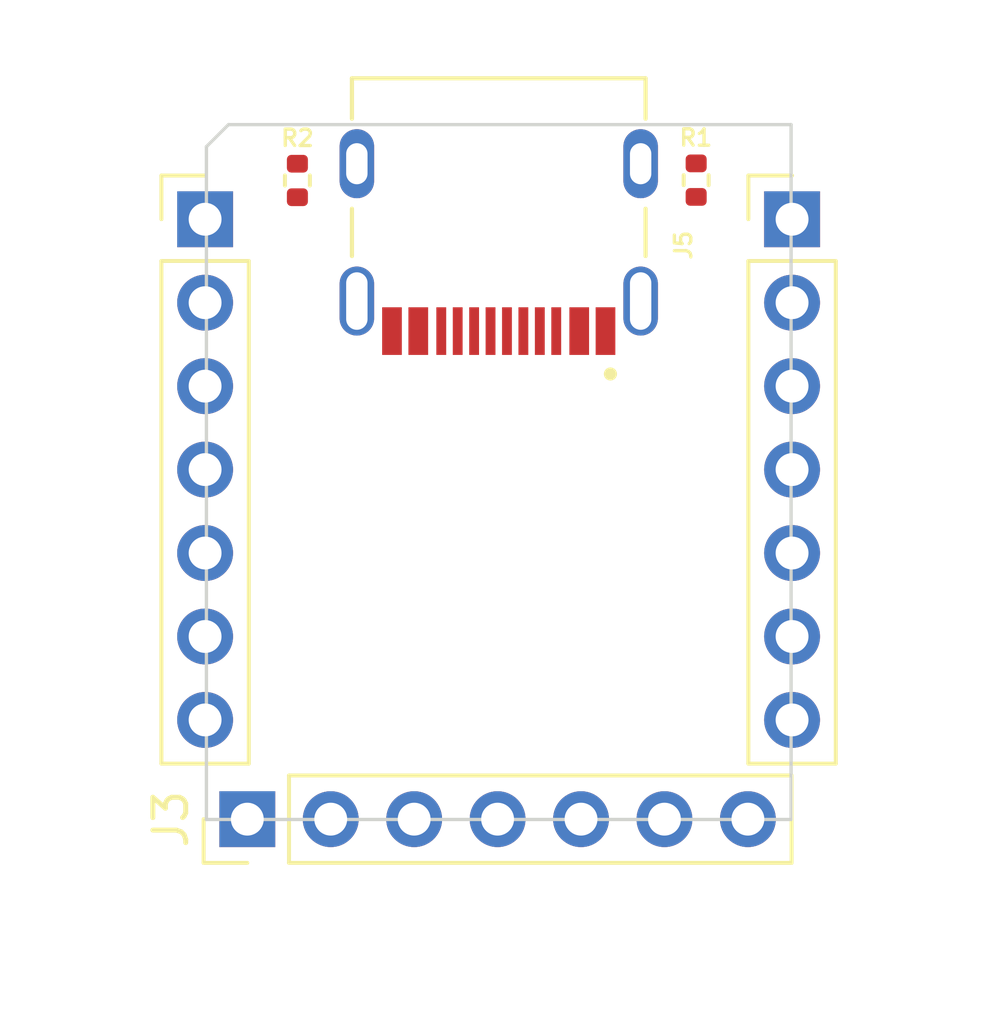
<source format=kicad_pcb>
(kicad_pcb (version 20240108) (generator "pcbnew") (generator_version "8.0")
  (layers (0 "F.Cu" signal) (31 "B.Cu" signal) (34 "B.Paste" user) (35 "F.Paste" user) (36 "B.SilkS" user "B.Silkscreen") (37 "F.SilkS" user "F.Silkscreen") (38 "B.Mask" user) (39 "F.Mask" user) (44 "Edge.Cuts" user))
  (net 0 "")
  (net 4 "/UART_TX")
  (net 6 "/I2C_SCL")
  (net 7 "/I2C_SDA")
  (net 8 "+5V")
  (net 9 "/SPI_MISO")
  (net 10 "/SPI_SCK")
  (net 11 "/UART_RX")
  (net 12 "+3.3V")
  (net 13 "GND")
  (net 14 "/SPI_MOSI")
  (net 22 "/USB_DN")
  (net 24 "VBUS")
  (net 25 "/USB_DP")
  (net 26 "Net-(J5-CC2)")
  (net 27 "Net-(J5-CC1)")
  (footprint "Resistor_SMD:R_0402_1005Metric" (layer "F.Cu") (at 52.91 40.57 -90)
    (property "Reference" "R1" (at -1.29 0.01 180) (layer "F.SilkS") (effects (font (size 0.5 0.5) (thickness 0.1) (bold yes))))
    (property "Value" "5K1")
    (fp_line (start -0.153641 0.38) (end 0.153641 0.38) (stroke (width 0.12)) (layer "F.SilkS"))
    (fp_line (start -0.153641 -0.38) (end 0.153641 -0.38) (stroke (width 0.12)) (layer "F.SilkS"))
    (pad "1" smd roundrect (at -0.51 0 270) (size 0.54 0.64) (layers "F.Cu" "F.Paste" "F.Mask") (net 13 "GND"))
    (pad "2" smd roundrect (at 0.51 0 270) (size 0.54 0.64) (layers "F.Cu" "F.Paste" "F.Mask") (net 27 "Net-(J5-CC1)"))
  )
  (footprint "Connector_PinHeader_2.54mm:PinHeader_1x07_P2.54mm_Vertical" (layer "F.Cu") (at 39.245 60.02 90)
    (property "Reference" "J3" (at 0 -2.33 90) (layer "F.SilkS"))
    (property "Value" "Conn_01x07_Pin")
    (fp_line (start -1.33 -1.33) (end 0 -1.33) (stroke (width 0.12)) (layer "F.SilkS"))
    (fp_line (start -1.33 0) (end -1.33 -1.33) (stroke (width 0.12)) (layer "F.SilkS"))
    (fp_line (start 1.33 1.27) (end 1.33 16.57) (stroke (width 0.12)) (layer "F.SilkS"))
    (fp_line (start -1.33 1.27) (end 1.33 1.27) (stroke (width 0.12)) (layer "F.SilkS"))
    (fp_line (start -1.33 1.27) (end -1.33 16.57) (stroke (width 0.12)) (layer "F.SilkS"))
    (fp_line (start -1.33 16.57) (end 1.33 16.57) (stroke (width 0.12)) (layer "F.SilkS"))
    (pad "1" thru_hole rect (at 0 0 90) (size 1.7 1.7) (drill 1) (layers "*.Cu" "*.Mask"))
    (pad "2" thru_hole oval (at 0 2.54 90) (size 1.7 1.7) (drill 1) (layers "*.Cu" "*.Mask"))
    (pad "3" thru_hole oval (at 0 5.08 90) (size 1.7 1.7) (drill 1) (layers "*.Cu" "*.Mask"))
    (pad "4" thru_hole oval (at 0 7.62 90) (size 1.7 1.7) (drill 1) (layers "*.Cu" "*.Mask"))
    (pad "5" thru_hole oval (at 0 10.16 90) (size 1.7 1.7) (drill 1) (layers "*.Cu" "*.Mask"))
    (pad "6" thru_hole oval (at 0 12.7 90) (size 1.7 1.7) (drill 1) (layers "*.Cu" "*.Mask"))
    (pad "7" thru_hole oval (at 0 15.24 90) (size 1.7 1.7) (drill 1) (layers "*.Cu" "*.Mask"))
  )
  (footprint "Connector_PinHeader_2.54mm:PinHeader_1x07_P2.54mm_Vertical" (layer "F.Cu") (at 37.96 41.76)
    (property "Reference" "J1" (hide yes))
    (property "Value" "Conn_01x07_Pin")
    (fp_line (start -1.33 -1.33) (end 0 -1.33) (stroke (width 0.12)) (layer "F.SilkS"))
    (fp_line (start -1.33 0) (end -1.33 -1.33) (stroke (width 0.12)) (layer "F.SilkS"))
    (fp_line (start -1.33 1.27) (end -1.33 16.57) (stroke (width 0.12)) (layer "F.SilkS"))
    (fp_line (start -1.33 1.27) (end 1.33 1.27) (stroke (width 0.12)) (layer "F.SilkS"))
    (fp_line (start -1.33 16.57) (end 1.33 16.57) (stroke (width 0.12)) (layer "F.SilkS"))
    (fp_line (start 1.33 1.27) (end 1.33 16.57) (stroke (width 0.12)) (layer "F.SilkS"))
    (pad "1" thru_hole rect (at 0 0) (size 1.7 1.7) (drill 1) (layers "*.Cu" "*.Mask"))
    (pad "2" thru_hole oval (at 0 2.54) (size 1.7 1.7) (drill 1) (layers "*.Cu" "*.Mask"))
    (pad "3" thru_hole oval (at 0 5.08) (size 1.7 1.7) (drill 1) (layers "*.Cu" "*.Mask"))
    (pad "4" thru_hole oval (at 0 7.62) (size 1.7 1.7) (drill 1) (layers "*.Cu" "*.Mask"))
    (pad "5" thru_hole oval (at 0 10.16) (size 1.7 1.7) (drill 1) (layers "*.Cu" "*.Mask") (net 7 "/I2C_SDA"))
    (pad "6" thru_hole oval (at 0 12.7) (size 1.7 1.7) (drill 1) (layers "*.Cu" "*.Mask") (net 6 "/I2C_SCL"))
    (pad "7" thru_hole oval (at 0 15.24) (size 1.7 1.7) (drill 1) (layers "*.Cu" "*.Mask") (net 4 "/UART_TX"))
  )
  (footprint "Resistor_SMD:R_0402_1005Metric" (layer "F.Cu") (at 40.77 40.58 90)
    (property "Reference" "R2" (at 1.29 0 180) (layer "F.SilkS") (effects (font (size 0.5 0.5) (thickness 0.1) (bold yes))))
    (property "Value" "5K1")
    (fp_line (start -0.153641 -0.38) (end 0.153641 -0.38) (stroke (width 0.12)) (layer "F.SilkS"))
    (fp_line (start -0.153641 0.38) (end 0.153641 0.38) (stroke (width 0.12)) (layer "F.SilkS"))
    (pad "1" smd roundrect (at -0.51 0 90) (size 0.54 0.64) (layers "F.Cu" "F.Paste" "F.Mask") (net 26 "Net-(J5-CC2)"))
    (pad "2" smd roundrect (at 0.51 0 90) (size 0.54 0.64) (layers "F.Cu" "F.Paste" "F.Mask") (net 13 "GND"))
  )
  (footprint "Connector_PinHeader_2.54mm:PinHeader_1x07_P2.54mm_Vertical" (layer "F.Cu") (at 55.83 41.76)
    (property "Reference" "J2" (hide yes))
    (property "Value" "Conn_01x07_Pin")
    (fp_line (start -1.33 -1.33) (end 0 -1.33) (stroke (width 0.12)) (layer "F.SilkS"))
    (fp_line (start -1.33 0) (end -1.33 -1.33) (stroke (width 0.12)) (layer "F.SilkS"))
    (fp_line (start -1.33 1.27) (end -1.33 16.57) (stroke (width 0.12)) (layer "F.SilkS"))
    (fp_line (start -1.33 1.27) (end 1.33 1.27) (stroke (width 0.12)) (layer "F.SilkS"))
    (fp_line (start -1.33 16.57) (end 1.33 16.57) (stroke (width 0.12)) (layer "F.SilkS"))
    (fp_line (start 1.33 1.27) (end 1.33 16.57) (stroke (width 0.12)) (layer "F.SilkS"))
    (pad "1" thru_hole rect (at 0 0) (size 1.7 1.7) (drill 1) (layers "*.Cu" "*.Mask") (net 8 "+5V"))
    (pad "2" thru_hole oval (at 0 2.54) (size 1.7 1.7) (drill 1) (layers "*.Cu" "*.Mask") (net 13 "GND"))
    (pad "3" thru_hole oval (at 0 5.08) (size 1.7 1.7) (drill 1) (layers "*.Cu" "*.Mask") (net 12 "+3.3V"))
    (pad "4" thru_hole oval (at 0 7.62) (size 1.7 1.7) (drill 1) (layers "*.Cu" "*.Mask") (net 14 "/SPI_MOSI"))
    (pad "5" thru_hole oval (at 0 10.16) (size 1.7 1.7) (drill 1) (layers "*.Cu" "*.Mask") (net 9 "/SPI_MISO"))
    (pad "6" thru_hole oval (at 0 12.7) (size 1.7 1.7) (drill 1) (layers "*.Cu" "*.Mask") (net 10 "/SPI_SCK"))
    (pad "7" thru_hole oval (at 0 15.24) (size 1.7 1.7) (drill 1) (layers "*.Cu" "*.Mask") (net 11 "/UART_RX"))
  )
  (footprint "TYPE-C-31-M-12:HRO_TYPE-C-31-M-12" (layer "F.Cu") (at 46.9 40.07 180)
    (property "Reference" "J5" (at -5.62 -2.48 90) (layer "F.SilkS") (effects (font (size 0.5 0.5) (thickness 0.1) (bold yes))))
    (property "Value" "TYPE-C-31-M-12")
    (fp_line (start 4.47 2.6) (end -4.47 2.6) (stroke (width 0.127)) (layer "F.SilkS"))
    (fp_line (start 4.47 1.37) (end 4.47 2.6) (stroke (width 0.127)) (layer "F.SilkS"))
    (fp_line (start 4.47 -2.81) (end 4.47 -1.37) (stroke (width 0.127)) (layer "F.SilkS"))
    (fp_line (start -4.47 2.6) (end -4.47 1.37) (stroke (width 0.127)) (layer "F.SilkS"))
    (fp_line (start -4.47 -2.81) (end -4.47 -1.37) (stroke (width 0.127)) (layer "F.SilkS"))
    (fp_circle (center -3.4 -6.4) (end -3.3 -6.4) (stroke (width 0.2)) (fill none) (layer "F.SilkS"))
    (pad "" np_thru_hole circle (at -2.89 -3.65 180) (size 0.7 0.7) (drill 0.7) (layers "*.Cu" "*.Mask"))
    (pad "" np_thru_hole circle (at 2.89 -3.65 180) (size 0.7 0.7) (drill 0.7) (layers "*.Cu" "*.Mask"))
    (pad "A1B12" smd rect (at -3.25 -5.095 180) (size 0.6 1.45) (layers "F.Cu" "F.Paste" "F.Mask") (net 13 "GND"))
    (pad "A4B9" smd rect (at -2.45 -5.095 180) (size 0.6 1.45) (layers "F.Cu" "F.Paste" "F.Mask") (net 24 "VBUS"))
    (pad "A5" smd rect (at -1.25 -5.095 180) (size 0.3 1.45) (layers "F.Cu" "F.Paste" "F.Mask") (net 27 "Net-(J5-CC1)"))
    (pad "A6" smd rect (at -0.25 -5.095 180) (size 0.3 1.45) (layers "F.Cu" "F.Paste" "F.Mask") (net 25 "/USB_DP"))
    (pad "A7" smd rect (at 0.25 -5.095 180) (size 0.3 1.45) (layers "F.Cu" "F.Paste" "F.Mask") (net 22 "/USB_DN"))
    (pad "A8" smd rect (at 1.25 -5.095 180) (size 0.3 1.45) (layers "F.Cu" "F.Paste" "F.Mask"))
    (pad "B1A12" smd rect (at 3.25 -5.095 180) (size 0.6 1.45) (layers "F.Cu" "F.Paste" "F.Mask") (net 13 "GND"))
    (pad "B4A9" smd rect (at 2.45 -5.095 180) (size 0.6 1.45) (layers "F.Cu" "F.Paste" "F.Mask") (net 24 "VBUS"))
    (pad "B5" smd rect (at 1.75 -5.095 180) (size 0.3 1.45) (layers "F.Cu" "F.Paste" "F.Mask") (net 26 "Net-(J5-CC2)"))
    (pad "B6" smd rect (at 0.75 -5.095 180) (size 0.3 1.45) (layers "F.Cu" "F.Paste" "F.Mask") (net 25 "/USB_DP"))
    (pad "B7" smd rect (at -0.75 -5.095 180) (size 0.3 1.45) (layers "F.Cu" "F.Paste" "F.Mask") (net 22 "/USB_DN"))
    (pad "B8" smd rect (at -1.75 -5.095 180) (size 0.3 1.45) (layers "F.Cu" "F.Paste" "F.Mask"))
    (pad "S1" thru_hole oval (at -4.32 -4.18 180) (size 1.05 2.1) (drill oval 0.65 1.75) (layers "*.Cu" "*.Mask") (net 13 "GND"))
    (pad "S2" thru_hole oval (at 4.32 -4.18 180) (size 1.05 2.1) (drill oval 0.65 1.75) (layers "*.Cu" "*.Mask") (net 13 "GND"))
    (pad "S3" thru_hole oval (at -4.32 0 180) (size 1.05 2.1) (drill oval 0.65 1.25) (layers "*.Cu" "*.Mask") (net 13 "GND"))
    (pad "S4" thru_hole oval (at 4.32 0 180) (size 1.05 2.1) (drill oval 0.65 1.25) (layers "*.Cu" "*.Mask") (net 13 "GND"))
  )
  (gr_line (start 38.671541 38.88) (end 55.8 38.88) (stroke (width 0.1)) (layer "Edge.Cuts"))
  (gr_line (start 55.8 38.88) (end 55.8 60.03) (stroke (width 0.1)) (layer "Edge.Cuts"))
  (gr_line (start 38 60.03) (end 38 39.5515) (stroke (width 0.1)) (layer "Edge.Cuts"))
  (gr_line (start 38 39.5515) (end 38.671541 38.88) (stroke (width 0.1)) (layer "Edge.Cuts"))
  (gr_line (start 55.8 60.03) (end 38 60.03) (stroke (width 0.1)) (layer "Edge.Cuts"))
)
</source>
